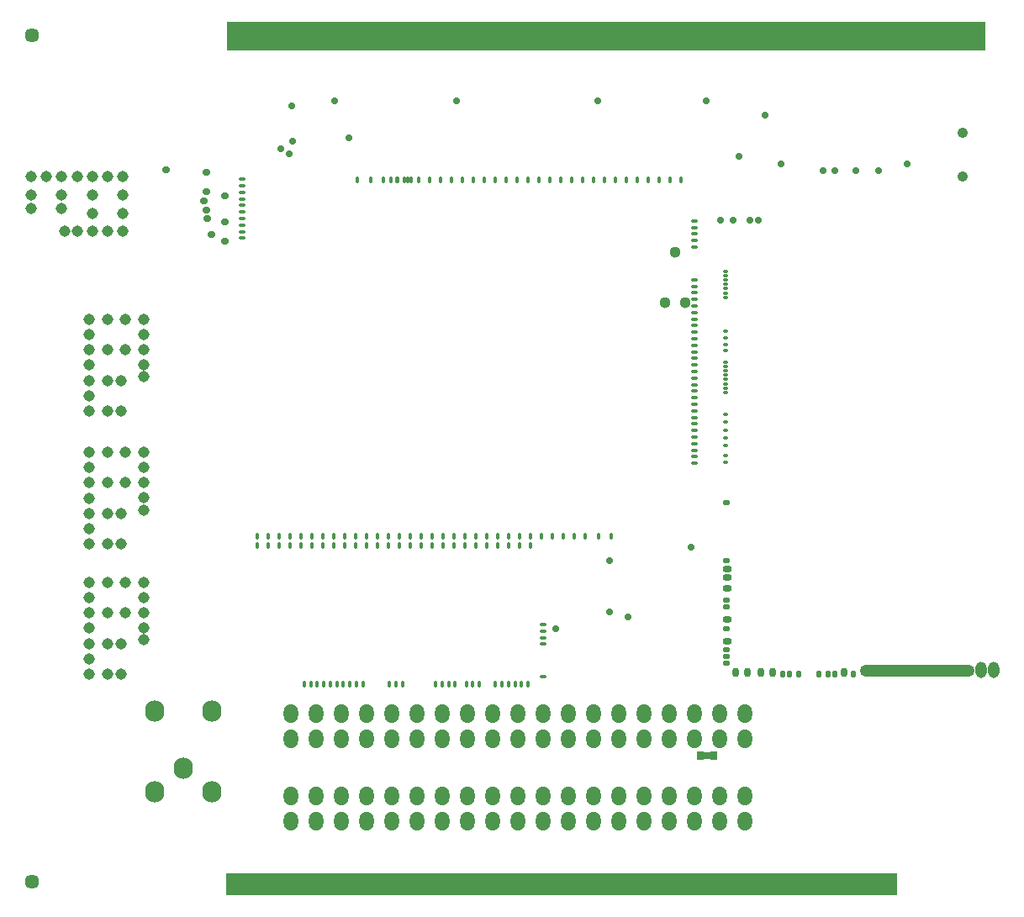
<source format=gbs>
G75*
G70*
%OFA0B0*%
%FSLAX25Y25*%
%IPPOS*%
%LPD*%
%AMOC8*
5,1,8,0,0,1.08239X$1,22.5*
%
%AMM53*
21,1,0.015350,0.009840,0.000000,0.000000,90.000000*
21,1,0.000000,0.025200,0.000000,0.000000,90.000000*
1,1,0.015350,0.004920,0.000000*
1,1,0.015350,0.004920,0.000000*
1,1,0.015350,-0.004920,0.000000*
1,1,0.015350,-0.004920,0.000000*
%
%AMM54*
21,1,0.015350,0.009840,0.000000,0.000000,0.000000*
21,1,0.000000,0.025200,0.000000,0.000000,0.000000*
1,1,0.015350,0.000000,-0.004920*
1,1,0.015350,0.000000,-0.004920*
1,1,0.015350,0.000000,0.004920*
1,1,0.015350,0.000000,0.004920*
%
%ADD10M54*%
%ADD104C,0.04451*%
%ADD138O,0.02913X0.02126*%
%ADD144O,0.04488X0.06457*%
%ADD151R,0.02520X0.03701*%
%ADD156O,0.02913X0.03701*%
%ADD176C,0.04095*%
%ADD197O,0.45433X0.04882*%
%ADD199R,3.01083X0.11417*%
%ADD222R,2.65847X0.08563*%
%ADD237O,0.02126X0.01339*%
%ADD239M53*%
%ADD258C,0.04488*%
%ADD274C,0.00551*%
%ADD284O,0.07638X0.08425*%
%ADD290C,0.05701*%
%ADD44R,0.03556X0.03162*%
%ADD77O,0.02126X0.02913*%
%ADD83O,0.03701X0.02913*%
%ADD90C,0.02913*%
%ADD92O,0.05669X0.07638*%
X0000000Y0000000D02*
G01*
G75*
D222*
X0215699Y0004281D02*
D03*
D144*
X0387211Y0089483D02*
D03*
X0382266Y0089483D02*
D03*
D83*
X0281581Y0129444D02*
D03*
X0281581Y0125999D02*
D03*
X0281581Y0121767D02*
D03*
X0281581Y0109463D02*
D03*
X0281581Y0100507D02*
D03*
D176*
X0374799Y0285039D02*
D03*
X0374799Y0302362D02*
D03*
D90*
X0234744Y0132776D02*
D03*
X0213287Y0105807D02*
D03*
X0242224Y0110236D02*
D03*
X0267126Y0137992D02*
D03*
X0234813Y0112175D02*
D03*
X0352772Y0290075D02*
D03*
X0319390Y0287402D02*
D03*
X0302756Y0290039D02*
D03*
X0332579Y0287402D02*
D03*
X0341339Y0287402D02*
D03*
X0324016Y0287402D02*
D03*
X0296555Y0309350D02*
D03*
X0104331Y0296063D02*
D03*
X0107776Y0293996D02*
D03*
X0108957Y0299016D02*
D03*
X0108661Y0312992D02*
D03*
X0290354Y0267815D02*
D03*
X0293898Y0267815D02*
D03*
X0278839Y0267815D02*
D03*
X0283858Y0267815D02*
D03*
X0286043Y0293110D02*
D03*
X0230118Y0315158D02*
D03*
X0273031Y0315158D02*
D03*
X0131398Y0300197D02*
D03*
X0174213Y0315158D02*
D03*
X0125932Y0315158D02*
D03*
X0075059Y0279035D02*
D03*
X0082284Y0277362D02*
D03*
X0074213Y0275197D02*
D03*
X0075059Y0271752D02*
D03*
X0082284Y0267126D02*
D03*
X0075354Y0268406D02*
D03*
X0077126Y0262008D02*
D03*
X0082284Y0259449D02*
D03*
X0075000Y0286516D02*
D03*
X0058957Y0287697D02*
D03*
D274*
X0312205Y0052165D02*
D03*
X0319882Y0021457D02*
D03*
X0028346Y0021457D02*
D03*
X0036024Y0052165D02*
D03*
X0034331Y0073150D02*
D03*
X0316496Y0073150D02*
D03*
X0015079Y0039449D02*
D03*
X0333701Y0039449D02*
D03*
X0250590Y0317717D02*
D03*
D284*
X0054331Y0041142D02*
D03*
X0077165Y0041142D02*
D03*
X0065748Y0050315D02*
D03*
X0054331Y0073150D02*
D03*
X0077165Y0073150D02*
D03*
D92*
X0208307Y0062087D02*
D03*
X0288307Y0072087D02*
D03*
X0288307Y0062087D02*
D03*
X0278307Y0072087D02*
D03*
X0278307Y0062087D02*
D03*
X0268307Y0072087D02*
D03*
X0268307Y0062087D02*
D03*
X0258307Y0072087D02*
D03*
X0258307Y0062087D02*
D03*
X0248307Y0072087D02*
D03*
X0248307Y0062087D02*
D03*
X0238307Y0072087D02*
D03*
X0238307Y0062087D02*
D03*
X0228307Y0072087D02*
D03*
X0228307Y0062087D02*
D03*
X0218307Y0072087D02*
D03*
X0218307Y0062087D02*
D03*
X0208307Y0072087D02*
D03*
X0208307Y0029331D02*
D03*
X0288307Y0039331D02*
D03*
X0288307Y0029331D02*
D03*
X0278307Y0039331D02*
D03*
X0278307Y0029331D02*
D03*
X0268307Y0039331D02*
D03*
X0268307Y0029331D02*
D03*
X0258307Y0039331D02*
D03*
X0258307Y0029331D02*
D03*
X0248307Y0039331D02*
D03*
X0248307Y0029331D02*
D03*
X0238307Y0039331D02*
D03*
X0238307Y0029331D02*
D03*
X0228307Y0039331D02*
D03*
X0228307Y0029331D02*
D03*
X0218307Y0039331D02*
D03*
X0218307Y0029331D02*
D03*
X0208307Y0039331D02*
D03*
X0108307Y0062087D02*
D03*
X0108307Y0072087D02*
D03*
X0118307Y0062087D02*
D03*
X0118307Y0072087D02*
D03*
X0128307Y0062087D02*
D03*
X0128307Y0072087D02*
D03*
X0138307Y0062087D02*
D03*
X0138307Y0072087D02*
D03*
X0148307Y0062087D02*
D03*
X0148307Y0072087D02*
D03*
X0158307Y0062087D02*
D03*
X0158307Y0072087D02*
D03*
X0168307Y0062087D02*
D03*
X0168307Y0072087D02*
D03*
X0178307Y0062087D02*
D03*
X0178307Y0072087D02*
D03*
X0188307Y0062087D02*
D03*
X0188307Y0072087D02*
D03*
X0198307Y0062087D02*
D03*
X0198307Y0072087D02*
D03*
X0108307Y0029331D02*
D03*
X0108307Y0039331D02*
D03*
X0118307Y0029331D02*
D03*
X0118307Y0039331D02*
D03*
X0128307Y0029331D02*
D03*
X0128307Y0039331D02*
D03*
X0138307Y0029331D02*
D03*
X0138307Y0039331D02*
D03*
X0148307Y0029331D02*
D03*
X0148307Y0039331D02*
D03*
X0158307Y0029331D02*
D03*
X0158307Y0039331D02*
D03*
X0168307Y0029331D02*
D03*
X0168307Y0039331D02*
D03*
X0178307Y0029331D02*
D03*
X0178307Y0039331D02*
D03*
X0188307Y0029331D02*
D03*
X0188307Y0039331D02*
D03*
X0198307Y0029331D02*
D03*
X0198307Y0039331D02*
D03*
D290*
X0005630Y0341024D02*
D03*
X0343012Y0005433D02*
D03*
X0005630Y0005433D02*
D03*
D258*
X0028543Y0124114D02*
D03*
X0028543Y0112106D02*
D03*
X0028543Y0099803D02*
D03*
X0028543Y0087795D02*
D03*
X0040944Y0087795D02*
D03*
X0035728Y0087795D02*
D03*
X0040944Y0099803D02*
D03*
X0035728Y0099803D02*
D03*
X0042913Y0112106D02*
D03*
X0035728Y0112106D02*
D03*
X0035728Y0124114D02*
D03*
X0042913Y0124114D02*
D03*
X0050098Y0101181D02*
D03*
X0050098Y0112106D02*
D03*
X0050098Y0124114D02*
D03*
X0028543Y0093799D02*
D03*
X0028543Y0105905D02*
D03*
X0028543Y0118110D02*
D03*
X0050098Y0118110D02*
D03*
X0050098Y0106102D02*
D03*
X0028543Y0175689D02*
D03*
X0028543Y0163681D02*
D03*
X0028543Y0151378D02*
D03*
X0028543Y0139370D02*
D03*
X0040944Y0139370D02*
D03*
X0035728Y0139370D02*
D03*
X0040944Y0151378D02*
D03*
X0035728Y0151378D02*
D03*
X0042913Y0163681D02*
D03*
X0035728Y0163681D02*
D03*
X0035728Y0175689D02*
D03*
X0042913Y0175689D02*
D03*
X0050098Y0152756D02*
D03*
X0050098Y0163681D02*
D03*
X0050098Y0175689D02*
D03*
X0028543Y0145374D02*
D03*
X0028543Y0157480D02*
D03*
X0028543Y0169685D02*
D03*
X0050098Y0169685D02*
D03*
X0050098Y0157677D02*
D03*
X0028543Y0228445D02*
D03*
X0028543Y0216437D02*
D03*
X0028543Y0204134D02*
D03*
X0028543Y0192126D02*
D03*
X0040944Y0192126D02*
D03*
X0035728Y0192126D02*
D03*
X0040944Y0204134D02*
D03*
X0035728Y0204134D02*
D03*
X0042913Y0216437D02*
D03*
X0035728Y0216437D02*
D03*
X0035728Y0228445D02*
D03*
X0042913Y0228445D02*
D03*
X0050098Y0205512D02*
D03*
X0050098Y0216437D02*
D03*
X0050098Y0228445D02*
D03*
X0028543Y0198130D02*
D03*
X0028543Y0210236D02*
D03*
X0028543Y0222441D02*
D03*
X0050098Y0222441D02*
D03*
X0050098Y0210433D02*
D03*
X0041831Y0284843D02*
D03*
X0029823Y0284843D02*
D03*
X0017520Y0284843D02*
D03*
X0005512Y0284843D02*
D03*
X0005512Y0272441D02*
D03*
X0005512Y0277658D02*
D03*
X0017520Y0272441D02*
D03*
X0017520Y0277658D02*
D03*
X0029823Y0270473D02*
D03*
X0029823Y0277658D02*
D03*
X0041831Y0277658D02*
D03*
X0041831Y0270473D02*
D03*
X0018898Y0263288D02*
D03*
X0029823Y0263288D02*
D03*
X0041831Y0263288D02*
D03*
X0011516Y0284842D02*
D03*
X0023622Y0284842D02*
D03*
X0035827Y0284843D02*
D03*
X0035827Y0263288D02*
D03*
X0023819Y0263288D02*
D03*
D199*
X0233317Y0340748D02*
D03*
D239*
X0208465Y0086528D02*
D03*
X0208465Y0107316D02*
D03*
X0208465Y0104717D02*
D03*
X0208465Y0102119D02*
D03*
X0208465Y0099520D02*
D03*
X0268492Y0189469D02*
D03*
X0268492Y0186870D02*
D03*
X0268492Y0184272D02*
D03*
X0268492Y0181673D02*
D03*
X0268492Y0179075D02*
D03*
X0268492Y0176476D02*
D03*
X0268492Y0173878D02*
D03*
X0268492Y0171280D02*
D03*
X0268492Y0259626D02*
D03*
X0268492Y0262224D02*
D03*
X0268492Y0264823D02*
D03*
X0268492Y0267421D02*
D03*
X0268492Y0257028D02*
D03*
X0268492Y0244035D02*
D03*
X0268492Y0241437D02*
D03*
X0268492Y0238839D02*
D03*
X0268492Y0236240D02*
D03*
X0268492Y0233642D02*
D03*
X0268492Y0231043D02*
D03*
X0268492Y0228445D02*
D03*
X0268492Y0225846D02*
D03*
X0268492Y0223248D02*
D03*
X0268492Y0220650D02*
D03*
X0268492Y0218051D02*
D03*
X0268492Y0215453D02*
D03*
X0268492Y0212854D02*
D03*
X0268492Y0210256D02*
D03*
X0268492Y0207658D02*
D03*
X0268492Y0205059D02*
D03*
X0268492Y0202461D02*
D03*
X0268492Y0199862D02*
D03*
X0268492Y0197264D02*
D03*
X0268492Y0194665D02*
D03*
X0268492Y0192067D02*
D03*
X0089252Y0278740D02*
D03*
X0089252Y0276142D02*
D03*
X0089252Y0273543D02*
D03*
X0089252Y0270945D02*
D03*
X0089252Y0268347D02*
D03*
X0089252Y0265748D02*
D03*
X0089252Y0263150D02*
D03*
X0089252Y0260551D02*
D03*
X0089252Y0283937D02*
D03*
X0089252Y0281339D02*
D03*
D10*
X0108189Y0138689D02*
D03*
X0103858Y0138689D02*
D03*
X0099528Y0138689D02*
D03*
X0095197Y0138689D02*
D03*
X0202476Y0083720D02*
D03*
X0199878Y0083720D02*
D03*
X0197280Y0083720D02*
D03*
X0194681Y0083720D02*
D03*
X0192083Y0083720D02*
D03*
X0189484Y0083720D02*
D03*
X0183181Y0083720D02*
D03*
X0180583Y0083720D02*
D03*
X0177984Y0083720D02*
D03*
X0173571Y0083720D02*
D03*
X0170973Y0083720D02*
D03*
X0168374Y0083720D02*
D03*
X0165776Y0083720D02*
D03*
X0152681Y0083720D02*
D03*
X0150083Y0083720D02*
D03*
X0147484Y0083720D02*
D03*
X0137067Y0083720D02*
D03*
X0134469Y0083720D02*
D03*
X0131870Y0083720D02*
D03*
X0129272Y0083720D02*
D03*
X0126673Y0083720D02*
D03*
X0124075Y0083720D02*
D03*
X0121476Y0083720D02*
D03*
X0118878Y0083720D02*
D03*
X0116279Y0083720D02*
D03*
X0113681Y0083720D02*
D03*
X0112520Y0138689D02*
D03*
X0116850Y0138689D02*
D03*
X0121181Y0138689D02*
D03*
X0125512Y0138689D02*
D03*
X0129842Y0138689D02*
D03*
X0134173Y0138689D02*
D03*
X0138504Y0138689D02*
D03*
X0142835Y0138689D02*
D03*
X0147165Y0138689D02*
D03*
X0151496Y0138689D02*
D03*
X0155827Y0138689D02*
D03*
X0160157Y0138689D02*
D03*
X0164488Y0138689D02*
D03*
X0168819Y0138689D02*
D03*
X0173150Y0138689D02*
D03*
X0177480Y0138689D02*
D03*
X0181811Y0138689D02*
D03*
X0186142Y0138689D02*
D03*
X0190472Y0138689D02*
D03*
X0194803Y0138689D02*
D03*
X0199134Y0138689D02*
D03*
X0203464Y0138689D02*
D03*
X0153465Y0283669D02*
D03*
X0148228Y0283669D02*
D03*
X0250079Y0283669D02*
D03*
X0254409Y0283669D02*
D03*
X0258740Y0283669D02*
D03*
X0112520Y0142217D02*
D03*
X0108189Y0142217D02*
D03*
X0103858Y0142217D02*
D03*
X0099528Y0142217D02*
D03*
X0220787Y0142217D02*
D03*
X0225118Y0142217D02*
D03*
X0230315Y0142217D02*
D03*
X0235512Y0142217D02*
D03*
X0216457Y0142217D02*
D03*
X0212126Y0142217D02*
D03*
X0207795Y0142217D02*
D03*
X0203465Y0142217D02*
D03*
X0199134Y0142217D02*
D03*
X0194803Y0142217D02*
D03*
X0190472Y0142217D02*
D03*
X0186142Y0142217D02*
D03*
X0181811Y0142217D02*
D03*
X0177480Y0142217D02*
D03*
X0173150Y0142217D02*
D03*
X0168819Y0142217D02*
D03*
X0164488Y0142217D02*
D03*
X0160158Y0142217D02*
D03*
X0155827Y0142217D02*
D03*
X0151496Y0142217D02*
D03*
X0147166Y0142217D02*
D03*
X0142835Y0142217D02*
D03*
X0138504Y0142217D02*
D03*
X0134173Y0142217D02*
D03*
X0129843Y0142217D02*
D03*
X0125512Y0142217D02*
D03*
X0150847Y0283669D02*
D03*
X0145236Y0283669D02*
D03*
X0140039Y0283669D02*
D03*
X0134843Y0283669D02*
D03*
X0156083Y0283669D02*
D03*
X0159134Y0283669D02*
D03*
X0163465Y0283669D02*
D03*
X0167795Y0283669D02*
D03*
X0172126Y0283669D02*
D03*
X0176457Y0283669D02*
D03*
X0180787Y0283669D02*
D03*
X0185118Y0283669D02*
D03*
X0189449Y0283669D02*
D03*
X0193779Y0283669D02*
D03*
X0198110Y0283669D02*
D03*
X0202441Y0283669D02*
D03*
X0206771Y0283669D02*
D03*
X0211102Y0283669D02*
D03*
X0215433Y0283669D02*
D03*
X0219764Y0283669D02*
D03*
X0224094Y0283669D02*
D03*
X0228425Y0283669D02*
D03*
X0232756Y0283669D02*
D03*
X0237087Y0283669D02*
D03*
X0241417Y0283669D02*
D03*
X0245748Y0283669D02*
D03*
X0121181Y0142217D02*
D03*
X0116851Y0142217D02*
D03*
X0095197Y0142217D02*
D03*
X0263071Y0283669D02*
D03*
D151*
X0275984Y0055413D02*
D03*
X0270866Y0055413D02*
D03*
D44*
X0274902Y0055413D02*
D03*
X0271949Y0055413D02*
D03*
D237*
X0280793Y0247456D02*
D03*
X0280793Y0245723D02*
D03*
X0280793Y0243991D02*
D03*
X0280793Y0242259D02*
D03*
X0280793Y0240526D02*
D03*
X0280793Y0238794D02*
D03*
X0280793Y0237062D02*
D03*
X0280793Y0223656D02*
D03*
X0280793Y0221058D02*
D03*
X0280793Y0218459D02*
D03*
X0280793Y0215861D02*
D03*
X0280793Y0211432D02*
D03*
X0280793Y0209700D02*
D03*
X0280793Y0207967D02*
D03*
X0280793Y0206235D02*
D03*
X0280793Y0204503D02*
D03*
X0280793Y0202770D02*
D03*
X0280793Y0201038D02*
D03*
X0280793Y0199306D02*
D03*
X0280793Y0190664D02*
D03*
X0280793Y0187531D02*
D03*
X0280793Y0184381D02*
D03*
X0280793Y0181231D02*
D03*
X0280793Y0171688D02*
D03*
X0280793Y0174286D02*
D03*
X0280793Y0178460D02*
D03*
D138*
X0281207Y0155723D02*
D03*
X0281207Y0132692D02*
D03*
X0281207Y0091866D02*
D03*
X0281207Y0094601D02*
D03*
X0281207Y0097279D02*
D03*
X0281207Y0105646D02*
D03*
X0281207Y0114483D02*
D03*
X0281207Y0117042D02*
D03*
D156*
X0284750Y0088204D02*
D03*
X0289376Y0088204D02*
D03*
X0294691Y0088204D02*
D03*
X0299317Y0088204D02*
D03*
X0327663Y0088204D02*
D03*
D197*
X0356896Y0088991D02*
D03*
D77*
X0331502Y0087810D02*
D03*
X0324239Y0087810D02*
D03*
X0317842Y0087810D02*
D03*
X0303333Y0087810D02*
D03*
X0306129Y0087810D02*
D03*
X0309672Y0087810D02*
D03*
X0321364Y0087810D02*
D03*
X0087382Y0140157D02*
G01*
G75*
D104*
X0256807Y0235078D02*
D03*
X0264807Y0235078D02*
D03*
X0260807Y0255078D02*
D03*
D239*
X0089252Y0281338D02*
D03*
X0089252Y0283937D02*
D03*
X0089252Y0260551D02*
D03*
X0089252Y0263149D02*
D03*
X0089252Y0265748D02*
D03*
X0089252Y0268346D02*
D03*
X0089252Y0270944D02*
D03*
X0089252Y0273543D02*
D03*
X0089252Y0276141D02*
D03*
X0089252Y0278740D02*
D03*
X0268492Y0192066D02*
D03*
X0268492Y0194665D02*
D03*
X0268492Y0197263D02*
D03*
X0268492Y0199862D02*
D03*
X0268492Y0202460D02*
D03*
X0268492Y0205059D02*
D03*
X0268492Y0207657D02*
D03*
X0268492Y0210255D02*
D03*
X0268492Y0212854D02*
D03*
X0268492Y0215452D02*
D03*
X0268492Y0218051D02*
D03*
X0268492Y0220649D02*
D03*
X0268492Y0223248D02*
D03*
X0268492Y0225846D02*
D03*
X0268492Y0228444D02*
D03*
X0268492Y0231043D02*
D03*
X0268492Y0233641D02*
D03*
X0268492Y0236240D02*
D03*
X0268492Y0238838D02*
D03*
X0268492Y0241436D02*
D03*
X0268492Y0244035D02*
D03*
X0268492Y0257027D02*
D03*
X0268492Y0267421D02*
D03*
X0268492Y0264822D02*
D03*
X0268492Y0262224D02*
D03*
X0268492Y0259625D02*
D03*
X0268492Y0171279D02*
D03*
X0268492Y0173877D02*
D03*
X0268492Y0176476D02*
D03*
X0268492Y0179074D02*
D03*
X0268492Y0181673D02*
D03*
X0268492Y0184271D02*
D03*
X0268492Y0186870D02*
D03*
X0268492Y0189468D02*
D03*
D10*
X0263071Y0283669D02*
D03*
X0095197Y0142216D02*
D03*
X0116851Y0142216D02*
D03*
X0121181Y0142216D02*
D03*
X0245748Y0283669D02*
D03*
X0241417Y0283669D02*
D03*
X0237087Y0283669D02*
D03*
X0232756Y0283669D02*
D03*
X0228425Y0283669D02*
D03*
X0224095Y0283669D02*
D03*
X0219764Y0283669D02*
D03*
X0215433Y0283669D02*
D03*
X0211102Y0283669D02*
D03*
X0206772Y0283669D02*
D03*
X0202441Y0283669D02*
D03*
X0198110Y0283669D02*
D03*
X0193780Y0283669D02*
D03*
X0189449Y0283669D02*
D03*
X0185118Y0283669D02*
D03*
X0180787Y0283669D02*
D03*
X0176457Y0283669D02*
D03*
X0172126Y0283669D02*
D03*
X0167795Y0283669D02*
D03*
X0163465Y0283669D02*
D03*
X0159134Y0283669D02*
D03*
X0154803Y0283669D02*
D03*
X0134843Y0283669D02*
D03*
X0140040Y0283669D02*
D03*
X0145236Y0283669D02*
D03*
X0150473Y0283669D02*
D03*
X0125512Y0142216D02*
D03*
X0129843Y0142216D02*
D03*
X0134173Y0142216D02*
D03*
X0138504Y0142216D02*
D03*
X0142835Y0142216D02*
D03*
X0147166Y0142216D02*
D03*
X0151496Y0142216D02*
D03*
X0155827Y0142216D02*
D03*
X0160158Y0142216D02*
D03*
X0164488Y0142216D02*
D03*
X0168819Y0142216D02*
D03*
X0173150Y0142216D02*
D03*
X0177481Y0142216D02*
D03*
X0181811Y0142216D02*
D03*
X0186142Y0142216D02*
D03*
X0190473Y0142216D02*
D03*
X0194803Y0142216D02*
D03*
X0199134Y0142216D02*
D03*
X0203465Y0142216D02*
D03*
X0207795Y0142216D02*
D03*
X0212126Y0142216D02*
D03*
X0216457Y0142216D02*
D03*
X0235512Y0142216D02*
D03*
X0230315Y0142216D02*
D03*
X0225118Y0142216D02*
D03*
X0220787Y0142216D02*
D03*
X0099528Y0142216D02*
D03*
X0103859Y0142216D02*
D03*
X0108189Y0142216D02*
D03*
X0112520Y0142216D02*
D03*
X0258740Y0283669D02*
D03*
X0254409Y0283669D02*
D03*
X0250079Y0283669D02*
D03*
X0087795Y0082283D02*
G01*
G75*
D239*
X0208464Y0086528D02*
D03*
X0208464Y0107315D02*
D03*
X0208464Y0104717D02*
D03*
X0208464Y0102118D02*
D03*
X0208464Y0099520D02*
D03*
D10*
X0108189Y0138689D02*
D03*
X0103858Y0138689D02*
D03*
X0099527Y0138689D02*
D03*
X0095197Y0138689D02*
D03*
X0202476Y0083720D02*
D03*
X0199878Y0083720D02*
D03*
X0197279Y0083720D02*
D03*
X0194681Y0083720D02*
D03*
X0192082Y0083720D02*
D03*
X0189484Y0083720D02*
D03*
X0183181Y0083720D02*
D03*
X0180582Y0083720D02*
D03*
X0177984Y0083720D02*
D03*
X0173571Y0083720D02*
D03*
X0170973Y0083720D02*
D03*
X0168374Y0083720D02*
D03*
X0165776Y0083720D02*
D03*
X0152681Y0083720D02*
D03*
X0150082Y0083720D02*
D03*
X0147484Y0083720D02*
D03*
X0137067Y0083720D02*
D03*
X0134468Y0083720D02*
D03*
X0131870Y0083720D02*
D03*
X0129271Y0083720D02*
D03*
X0126673Y0083720D02*
D03*
X0124075Y0083720D02*
D03*
X0121476Y0083720D02*
D03*
X0118878Y0083720D02*
D03*
X0116279Y0083720D02*
D03*
X0113681Y0083720D02*
D03*
X0112519Y0138689D02*
D03*
X0116850Y0138689D02*
D03*
X0121181Y0138689D02*
D03*
X0125511Y0138689D02*
D03*
X0129842Y0138689D02*
D03*
X0134173Y0138689D02*
D03*
X0138504Y0138689D02*
D03*
X0142834Y0138689D02*
D03*
X0147165Y0138689D02*
D03*
X0151496Y0138689D02*
D03*
X0155826Y0138689D02*
D03*
X0160157Y0138689D02*
D03*
X0164488Y0138689D02*
D03*
X0168819Y0138689D02*
D03*
X0173149Y0138689D02*
D03*
X0177480Y0138689D02*
D03*
X0181811Y0138689D02*
D03*
X0186141Y0138689D02*
D03*
X0190472Y0138689D02*
D03*
X0194803Y0138689D02*
D03*
X0199133Y0138689D02*
D03*
X0203464Y0138689D02*
D03*
X0209843Y0078150D02*
G01*
G75*
D90*
X0234814Y0112176D02*
D03*
X0267127Y0137992D02*
D03*
X0242225Y0110237D02*
D03*
X0213288Y0105807D02*
D03*
X0234745Y0132776D02*
D03*
X0123425Y0287992D02*
G01*
G75*
D90*
X0230118Y0315157D02*
D03*
X0273031Y0315157D02*
D03*
X0131397Y0300197D02*
D03*
X0174212Y0315157D02*
D03*
X0125932Y0315157D02*
D03*
X0283071Y0255906D02*
G01*
G75*
D90*
X0296555Y0309351D02*
D03*
X0324016Y0287402D02*
D03*
X0341339Y0287402D02*
D03*
X0332579Y0287402D02*
D03*
X0302756Y0290040D02*
D03*
X0319390Y0287402D02*
D03*
X0352772Y0290076D02*
D03*
X0279724Y0086280D02*
G01*
G75*
D144*
X0387210Y0089484D02*
D03*
X0382266Y0089484D02*
D03*
D83*
X0281580Y0129444D02*
D03*
X0281580Y0125999D02*
D03*
X0281580Y0121767D02*
D03*
X0281580Y0109464D02*
D03*
X0281580Y0100507D02*
D03*
D237*
X0280793Y0247456D02*
D03*
X0280793Y0245724D02*
D03*
X0280793Y0243992D02*
D03*
X0280793Y0242259D02*
D03*
X0280793Y0240527D02*
D03*
X0280793Y0238795D02*
D03*
X0280793Y0237062D02*
D03*
X0280793Y0223657D02*
D03*
X0280793Y0221058D02*
D03*
X0280793Y0218460D02*
D03*
X0280793Y0215861D02*
D03*
X0280793Y0211432D02*
D03*
X0280793Y0209700D02*
D03*
X0280793Y0207968D02*
D03*
X0280793Y0206236D02*
D03*
X0280793Y0204503D02*
D03*
X0280793Y0202771D02*
D03*
X0280793Y0201039D02*
D03*
X0280793Y0199306D02*
D03*
X0280793Y0190665D02*
D03*
X0280793Y0187531D02*
D03*
X0280793Y0184382D02*
D03*
X0280793Y0181232D02*
D03*
X0280793Y0171688D02*
D03*
X0280793Y0174287D02*
D03*
X0280793Y0178460D02*
D03*
D138*
X0281207Y0155724D02*
D03*
X0281207Y0132692D02*
D03*
X0281207Y0091866D02*
D03*
X0281207Y0094602D02*
D03*
X0281207Y0097280D02*
D03*
X0281207Y0105646D02*
D03*
X0281207Y0114484D02*
D03*
X0281207Y0117043D02*
D03*
D156*
X0284750Y0088204D02*
D03*
X0289376Y0088204D02*
D03*
X0294691Y0088204D02*
D03*
X0299317Y0088204D02*
D03*
X0327663Y0088204D02*
D03*
D197*
X0356895Y0088992D02*
D03*
D77*
X0331502Y0087810D02*
D03*
X0324239Y0087810D02*
D03*
X0317841Y0087810D02*
D03*
X0303332Y0087810D02*
D03*
X0306129Y0087810D02*
D03*
X0309672Y0087810D02*
D03*
X0321364Y0087810D02*
D03*
X0077461Y0288583D02*
G01*
G75*
D90*
X0108662Y0312992D02*
D03*
X0108957Y0299016D02*
D03*
X0107776Y0293996D02*
D03*
X0104331Y0296063D02*
D03*
X0275394Y0255217D02*
G01*
G75*
D90*
X0290355Y0267815D02*
D03*
X0293898Y0267815D02*
D03*
X0278839Y0267815D02*
D03*
X0283859Y0267815D02*
D03*
X0286044Y0293111D02*
D03*
X0052362Y0238189D02*
G01*
G75*
D90*
X0058661Y0287697D02*
D03*
X0074705Y0286516D02*
D03*
X0081988Y0259449D02*
D03*
X0076831Y0262008D02*
D03*
X0075059Y0268406D02*
D03*
X0081988Y0267126D02*
D03*
X0074764Y0271752D02*
D03*
X0073917Y0275197D02*
D03*
X0081988Y0277362D02*
D03*
X0074764Y0279035D02*
D03*
M02*

</source>
